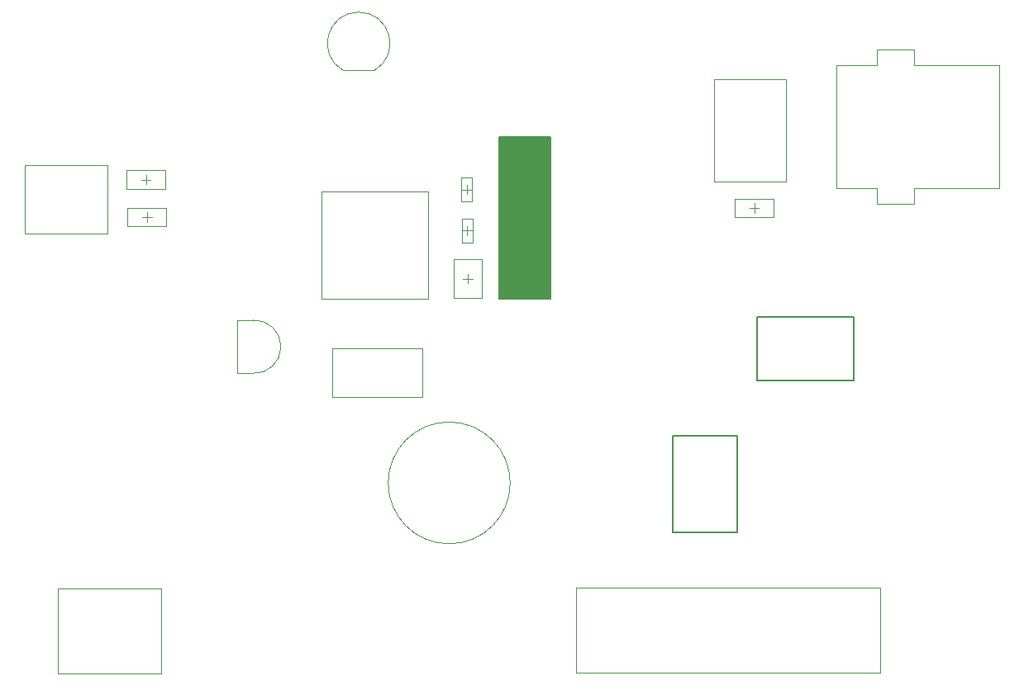
<source format=gbr>
%TF.GenerationSoftware,Altium Limited,Altium Designer,22.8.2 (66)*%
G04 Layer_Color=1930808*
%FSLAX45Y45*%
%MOMM*%
%TF.SameCoordinates,BD556100-397B-4985-8EB5-C039F1F1876F*%
%TF.FilePolarity,Positive*%
%TF.FileFunction,Other,Mechanical_15*%
%TF.Part,Single*%
G01*
G75*
%TA.AperFunction,NonConductor*%
%ADD71C,0.20000*%
%ADD72C,0.15240*%
%ADD92C,0.10000*%
%ADD95C,0.05000*%
G36*
X5462270Y3843820D02*
Y5503380D01*
X5993130D01*
Y3843820D01*
X5462270D01*
D02*
G37*
D71*
X8103078Y3002178D02*
X9098758D01*
X8103078D02*
Y3657498D01*
X9098758Y3002178D02*
Y3657498D01*
X9027297D02*
X9098758D01*
X8367197D02*
X9027297D01*
X8103078D02*
X8367197D01*
X7899400Y2177303D02*
Y2441423D01*
Y1517203D02*
Y2177303D01*
Y1445743D02*
Y1517203D01*
X7244080Y1445743D02*
X7899400D01*
X7244080Y2441423D02*
X7899400D01*
X7244080Y1445743D02*
Y2441423D01*
D72*
X5462270Y3843820D02*
Y5503380D01*
Y3843820D02*
X5993130D01*
Y5503380D01*
X5462270D02*
X5993130D01*
D92*
X5003500Y4251300D02*
X5283500D01*
X5003500Y3851300D02*
X5283500D01*
Y4251300D01*
X5003500Y3851300D02*
Y4251300D01*
X5143500Y4001300D02*
Y4101300D01*
X5093500Y4051300D02*
X5193500D01*
X5088402Y4543175D02*
X5183402D01*
X5135902Y4495675D02*
Y4590675D01*
X5080902Y4423175D02*
Y4663175D01*
X5190902Y4423175D02*
Y4663175D01*
X5080902Y4423175D02*
X5190902D01*
X5080902Y4663175D02*
X5190902D01*
X7877200Y4680200D02*
Y4870200D01*
X8277200Y4680200D02*
Y4870200D01*
X7877200D02*
X8277200D01*
X7877200Y4680200D02*
X8277200D01*
X8027200Y4775200D02*
X8127200D01*
X8077200Y4725200D02*
Y4825200D01*
X1646200Y4972300D02*
Y5162300D01*
X2046200Y4972300D02*
Y5162300D01*
X1646200D02*
X2046200D01*
X1646200Y4972300D02*
X2046200D01*
X1796200Y5067300D02*
X1896200D01*
X1846200Y5017300D02*
Y5117300D01*
X1655936Y4585656D02*
Y4775656D01*
X2055937Y4585656D02*
Y4775656D01*
X1655936D02*
X2055937D01*
X1655936Y4585656D02*
X2055937D01*
X1805937Y4680656D02*
X1905936D01*
X1855937Y4630656D02*
Y4730656D01*
X5083300Y4965700D02*
X5178300D01*
X5130800Y4918200D02*
Y5013200D01*
X5185800Y4845700D02*
Y5085700D01*
X5075800Y4845700D02*
Y5085700D01*
X5185800D01*
X5075800Y4845700D02*
X5185800D01*
D95*
X2941883Y3079665D02*
G03*
X2941883Y3625935I14314J273135D01*
G01*
X4191101Y6190018D02*
G03*
X3860699Y6190018I-165201J274941D01*
G01*
X5578000Y1955800D02*
G03*
X5578000Y1955800I-625000J0D01*
G01*
X2784500Y3625800D02*
X2939500D01*
X2784500Y3079800D02*
X2939500D01*
X2784500D02*
Y3625800D01*
X3861900Y6189300D02*
X4189900D01*
X3641000Y4944200D02*
X4741000D01*
X3641000Y3844200D02*
Y4944200D01*
Y3844200D02*
X4741000D01*
Y4944200D01*
X603700Y4513850D02*
X1453700D01*
Y5214350D01*
X603700D02*
X1453700D01*
X603700Y4513850D02*
Y5214350D01*
X4681400Y2836100D02*
Y3336100D01*
X3751400D02*
X4681400D01*
X3751400Y2836100D02*
Y3336100D01*
Y2836100D02*
X4681400D01*
X6254900Y879500D02*
X9364900D01*
Y9500D02*
Y879500D01*
X6254900Y9500D02*
X9364900D01*
X6254900D02*
Y879500D01*
X7669200Y5050300D02*
X8400200D01*
X7669200D02*
Y6100300D01*
X8400200D01*
Y5050300D02*
Y6100300D01*
X940200Y872500D02*
X2006200D01*
Y2500D02*
Y872500D01*
X940200Y2500D02*
X2006200D01*
X940200D02*
Y872500D01*
X8920000Y4978300D02*
X9334000D01*
Y4815300D02*
Y4978300D01*
Y4815300D02*
X9716000D01*
Y4978300D01*
X10590000D01*
Y6238300D01*
X9716000D02*
X10590000D01*
X9716000D02*
Y6401300D01*
X9334000D02*
X9716000D01*
X9334000Y6238300D02*
Y6401300D01*
X8920000Y6238300D02*
X9334000D01*
X8920000Y4978300D02*
Y6238300D01*
%TF.MD5,61eac6cee91d3136846b501c57a58728*%
M02*

</source>
